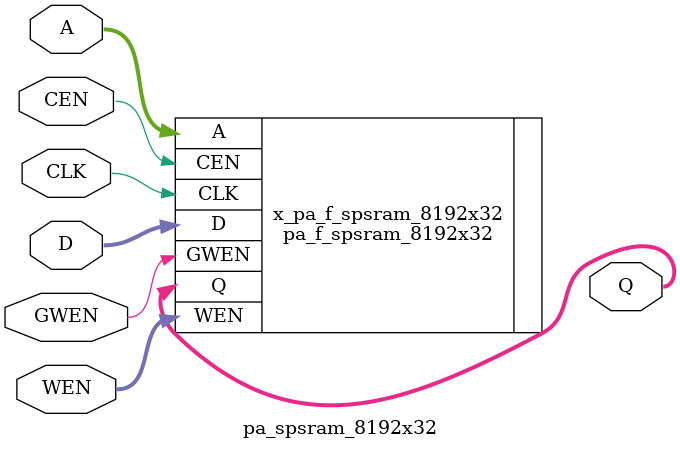
<source format=v>
/*Copyright 2020-2021 T-Head Semiconductor Co., Ltd.

Licensed under the Apache License, Version 2.0 (the "License");
you may not use this file except in compliance with the License.
You may obtain a copy of the License at

    http://www.apache.org/licenses/LICENSE-2.0

Unless required by applicable law or agreed to in writing, software
distributed under the License is distributed on an "AS IS" BASIS,
WITHOUT WARRANTIES OR CONDITIONS OF ANY KIND, either express or implied.
See the License for the specific language governing permissions and
limitations under the License.
*/

// &ModuleBeg; @22
module pa_spsram_8192x32(
  A,
  CEN,
  CLK,
  D,
  GWEN,
  Q,
  WEN
);

// &Ports; @23
input   [12:0]  A;   
input           CEN; 
input           CLK; 
input   [31:0]  D;   
input           GWEN; 
input   [31:0]  WEN; 
output  [31:0]  Q;   

// &Regs; @24

// &Wires; @25
wire    [12:0]  A;   
wire            CEN; 
wire            CLK; 
wire    [31:0]  D;   
wire            GWEN; 
wire    [31:0]  Q;   
wire    [31:0]  WEN; 


//**********************************************************
//                  Parameter Definition
//**********************************************************
parameter ADDR_WIDTH = 13;
parameter DATA_WIDTH = 32;
parameter WE_WIDTH   = 32;

// &Force("bus","Q",DATA_WIDTH-1,0); @34
// &Force("bus","WEN",WE_WIDTH-1,0); @35
// &Force("bus","A",ADDR_WIDTH-1,0); @36
// &Force("bus","D",DATA_WIDTH-1,0); @37

//  //********************************************************
//  //*                        FPGA memory                   *
//  //********************************************************
//   &Instance("pa_f_spsram_8192x32"); @43
pa_f_spsram_8192x32  x_pa_f_spsram_8192x32 (
  .A    (A   ),
  .CEN  (CEN ),
  .CLK  (CLK ),
  .D    (D   ),
  .GWEN (GWEN),
  .Q    (Q   ),
  .WEN  (WEN )
);


// &ModuleEnd; @65
endmodule



</source>
